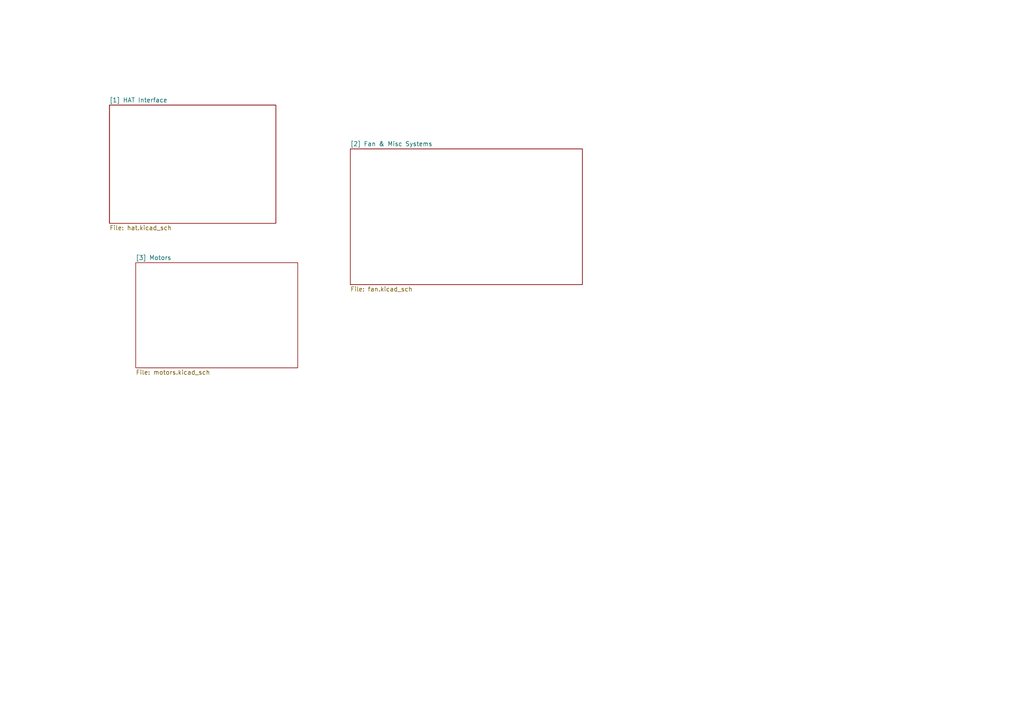
<source format=kicad_sch>
(kicad_sch
	(version 20250114)
	(generator "eeschema")
	(generator_version "9.0")
	(uuid "e63e39d7-6ac0-4ffd-8aa3-1841a4541b55")
	(paper "A4")
	(title_block
		(title "Autonomous  Courier Robot \"Bad Apple\"")
		(date "2025-08-28")
		(rev "1")
		(company "Mixed Engineering Group 3 | STEM 12-Altruism / AY 2526 | CIT-U SHS")
	)
	(lib_symbols)
	(sheet
		(at 31.75 30.48)
		(size 48.26 34.29)
		(exclude_from_sim no)
		(in_bom yes)
		(on_board yes)
		(dnp no)
		(fields_autoplaced yes)
		(stroke
			(width 0.1524)
			(type solid)
		)
		(fill
			(color 0 0 0 0.0000)
		)
		(uuid "b30abb3a-5689-47ca-b698-70986eaac049")
		(property "Sheetname" "[1] HAT Interface"
			(at 31.75 29.7684 0)
			(effects
				(font
					(size 1.27 1.27)
				)
				(justify left bottom)
			)
		)
		(property "Sheetfile" "hat.kicad_sch"
			(at 31.75 65.3546 0)
			(effects
				(font
					(size 1.27 1.27)
				)
				(justify left top)
			)
		)
		(instances
			(project "Bad Apple"
				(path "/e63e39d7-6ac0-4ffd-8aa3-1841a4541b55"
					(page "2")
				)
			)
		)
	)
	(sheet
		(at 101.6 43.18)
		(size 67.31 39.37)
		(exclude_from_sim no)
		(in_bom yes)
		(on_board yes)
		(dnp no)
		(fields_autoplaced yes)
		(stroke
			(width 0.1524)
			(type solid)
		)
		(fill
			(color 0 0 0 0.0000)
		)
		(uuid "c8618b48-a44a-4b17-ab33-542db64ac1dc")
		(property "Sheetname" "[2] Fan & Misc Systems"
			(at 101.6 42.4684 0)
			(effects
				(font
					(size 1.27 1.27)
				)
				(justify left bottom)
			)
		)
		(property "Sheetfile" "fan.kicad_sch"
			(at 101.6 83.1346 0)
			(effects
				(font
					(size 1.27 1.27)
				)
				(justify left top)
			)
		)
		(instances
			(project "Bad Apple"
				(path "/e63e39d7-6ac0-4ffd-8aa3-1841a4541b55"
					(page "3")
				)
			)
		)
	)
	(sheet
		(at 39.37 76.2)
		(size 46.99 30.48)
		(exclude_from_sim no)
		(in_bom yes)
		(on_board yes)
		(dnp no)
		(fields_autoplaced yes)
		(stroke
			(width 0.1524)
			(type solid)
		)
		(fill
			(color 0 0 0 0.0000)
		)
		(uuid "c889d685-3039-4adb-ba70-2b5226dc43de")
		(property "Sheetname" "[3] Motors"
			(at 39.37 75.4884 0)
			(effects
				(font
					(size 1.27 1.27)
				)
				(justify left bottom)
			)
		)
		(property "Sheetfile" "motors.kicad_sch"
			(at 39.37 107.2646 0)
			(effects
				(font
					(size 1.27 1.27)
				)
				(justify left top)
			)
		)
		(instances
			(project "Bad Apple"
				(path "/e63e39d7-6ac0-4ffd-8aa3-1841a4541b55"
					(page "4")
				)
			)
		)
	)
	(sheet_instances
		(path "/"
			(page "1")
		)
	)
	(embedded_fonts no)
)

</source>
